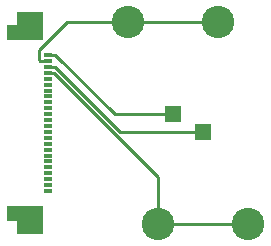
<source format=gbr>
%TF.GenerationSoftware,KiCad,Pcbnew,(5.1.12)-1*%
%TF.CreationDate,2022-05-19T13:57:39-04:00*%
%TF.ProjectId,BNC_to_ZIF,424e435f-746f-45f5-9a49-462e6b696361,rev?*%
%TF.SameCoordinates,Original*%
%TF.FileFunction,Copper,L1,Top*%
%TF.FilePolarity,Positive*%
%FSLAX46Y46*%
G04 Gerber Fmt 4.6, Leading zero omitted, Abs format (unit mm)*
G04 Created by KiCad (PCBNEW (5.1.12)-1) date 2022-05-19 13:57:39*
%MOMM*%
%LPD*%
G01*
G04 APERTURE LIST*
%TA.AperFunction,EtchedComponent*%
%ADD10C,0.100000*%
%TD*%
%TA.AperFunction,ComponentPad*%
%ADD11C,2.750000*%
%TD*%
%TA.AperFunction,ComponentPad*%
%ADD12R,1.420000X1.420000*%
%TD*%
%TA.AperFunction,SMDPad,CuDef*%
%ADD13R,0.800001X0.299999*%
%TD*%
%TA.AperFunction,SMDPad,CuDef*%
%ADD14R,1.000001X1.000001*%
%TD*%
%TA.AperFunction,Conductor*%
%ADD15C,0.250000*%
%TD*%
G04 APERTURE END LIST*
D10*
%TO.C,J3*%
G36*
X113430002Y-118759747D02*
G01*
X113430002Y-121159748D01*
X111230001Y-121159748D01*
X111230001Y-120059747D01*
X110380003Y-120059747D01*
X110380003Y-118759747D01*
X113430002Y-118759747D01*
G37*
G36*
X113430002Y-104759755D02*
G01*
X113430002Y-102359755D01*
X111230001Y-102359755D01*
X111230001Y-103459755D01*
X110380003Y-103459755D01*
X110380003Y-104759755D01*
X113430002Y-104759755D01*
G37*
%TD*%
D11*
%TO.P,J1,3*%
%TO.N,Net-(J1-Pad2)*%
X120660000Y-103220000D03*
%TO.P,J1,2*%
X128260000Y-103220000D03*
D12*
%TO.P,J1,1*%
%TO.N,Net-(J1-Pad1)*%
X124460000Y-111020000D03*
%TD*%
%TO.P,J2,1*%
%TO.N,Net-(J2-Pad1)*%
X127000000Y-112500000D03*
D11*
%TO.P,J2,2*%
%TO.N,Net-(J2-Pad2)*%
X123200000Y-120300000D03*
%TO.P,J2,3*%
X130800000Y-120300000D03*
%TD*%
D13*
%TO.P,J3,24*%
%TO.N,Net-(J3-Pad24)*%
X113830001Y-117509752D03*
%TO.P,J3,23*%
%TO.N,Net-(J3-Pad23)*%
X113830001Y-117009753D03*
D14*
%TO.P,J3,MP2*%
%TO.N,Net-(J3-PadMP2)*%
X112230002Y-120009750D03*
%TO.P,J3,MP1*%
%TO.N,Net-(J3-PadMP1)*%
X112230002Y-103510250D03*
D13*
%TO.P,J3,21*%
%TO.N,Net-(J3-Pad21)*%
X113830001Y-116009753D03*
%TO.P,J3,20*%
%TO.N,Net-(J3-Pad20)*%
X113830001Y-115509754D03*
%TO.P,J3,19*%
%TO.N,Net-(J3-Pad19)*%
X113830001Y-115009752D03*
%TO.P,J3,18*%
%TO.N,Net-(J3-Pad18)*%
X113830001Y-114509753D03*
%TO.P,J3,17*%
%TO.N,Net-(J3-Pad17)*%
X113830001Y-114009752D03*
%TO.P,J3,16*%
%TO.N,Net-(J3-Pad16)*%
X113830001Y-113509753D03*
%TO.P,J3,15*%
%TO.N,Net-(J3-Pad15)*%
X113830001Y-113009754D03*
%TO.P,J3,14*%
%TO.N,Net-(J3-Pad14)*%
X113830001Y-112509752D03*
%TO.P,J3,13*%
%TO.N,Net-(J3-Pad13)*%
X113830001Y-112009753D03*
%TO.P,J3,12*%
%TO.N,Net-(J3-Pad12)*%
X113830001Y-111509752D03*
%TO.P,J3,11*%
%TO.N,Net-(J3-Pad11)*%
X113830001Y-111009753D03*
%TO.P,J3,10*%
%TO.N,Net-(J3-Pad10)*%
X113830001Y-110509754D03*
%TO.P,J3,9*%
%TO.N,Net-(J3-Pad9)*%
X113830001Y-110009752D03*
%TO.P,J3,8*%
%TO.N,Net-(J3-Pad8)*%
X113830001Y-109509753D03*
%TO.P,J3,7*%
%TO.N,Net-(J3-Pad7)*%
X113830001Y-109009751D03*
%TO.P,J3,6*%
%TO.N,Net-(J3-Pad6)*%
X113830001Y-108509752D03*
%TO.P,J3,5*%
%TO.N,Net-(J3-Pad5)*%
X113830001Y-108009753D03*
%TO.P,J3,4*%
%TO.N,Net-(J2-Pad2)*%
X113830001Y-107509752D03*
%TO.P,J3,3*%
%TO.N,Net-(J2-Pad1)*%
X113830001Y-107009753D03*
%TO.P,J3,2*%
%TO.N,Net-(J1-Pad2)*%
X113830001Y-106509751D03*
%TO.P,J3,1*%
%TO.N,Net-(J1-Pad1)*%
X113830001Y-106009752D03*
%TO.P,J3,22*%
%TO.N,Net-(J3-Pad22)*%
X113830001Y-116509752D03*
%TD*%
D15*
%TO.N,Net-(J1-Pad2)*%
X115484752Y-103220000D02*
X120660000Y-103220000D01*
X113105000Y-105599752D02*
X115484752Y-103220000D01*
X113105000Y-106419753D02*
X113105000Y-105599752D01*
X113194998Y-106509751D02*
X113105000Y-106419753D01*
X113830001Y-106509751D02*
X113194998Y-106509751D01*
X120660000Y-103220000D02*
X128260000Y-103220000D01*
%TO.N,Net-(J1-Pad1)*%
X119490249Y-111020000D02*
X124460000Y-111020000D01*
X114480001Y-106009752D02*
X119490249Y-111020000D01*
X113830001Y-106009752D02*
X114480001Y-106009752D01*
%TO.N,Net-(J2-Pad1)*%
X119970248Y-112500000D02*
X127000000Y-112500000D01*
X114480001Y-107009753D02*
X119970248Y-112500000D01*
X113830001Y-107009753D02*
X114480001Y-107009753D01*
%TO.N,Net-(J2-Pad2)*%
X114343590Y-107509752D02*
X123200000Y-116366162D01*
X123200000Y-116366162D02*
X123200000Y-120300000D01*
X113830001Y-107509752D02*
X114343590Y-107509752D01*
X123200000Y-120300000D02*
X130800000Y-120300000D01*
%TD*%
M02*

</source>
